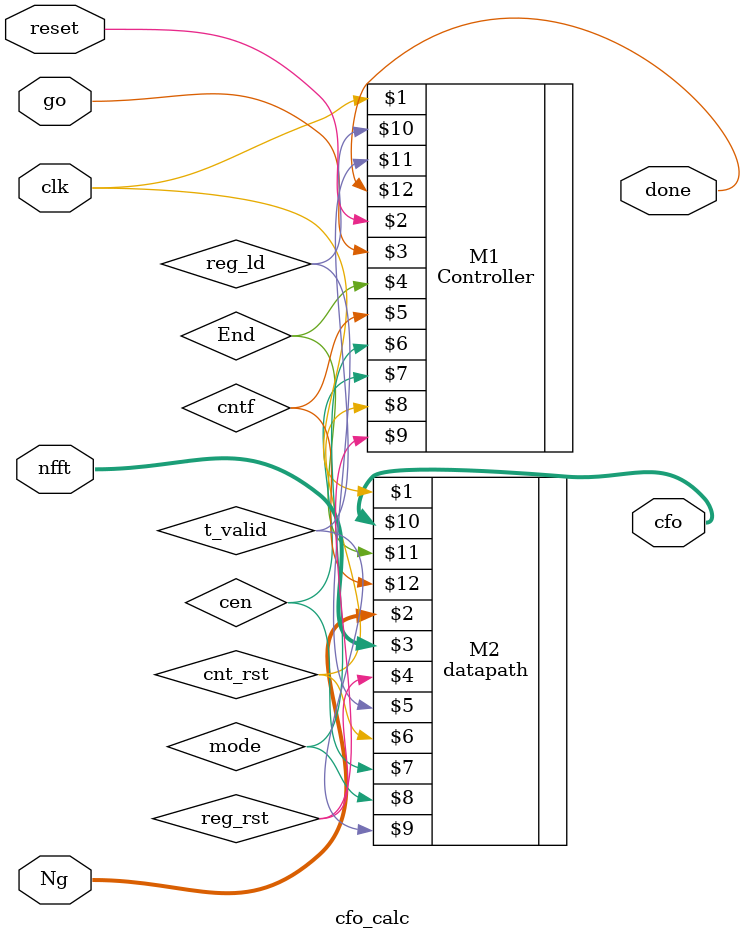
<source format=v>

module cfo_calc(Ng, nfft, go, reset, clk, done, cfo);
    input go, reset, clk;
    input [11:0] Ng, nfft;
    output done;
    output [11:0] cfo;

    wire End, cntf, mode, cen, cnt_rst, reg_rst, reg_ld, t_valid;

    Controller M1 (clk, reset, go, End, cntf, mode, cen, cnt_rst,
        reg_rst, reg_ld, t_valid, done);
    datapath #(9) M2 (clk, Ng, nfft, reg_rst, reg_ld, cnt_rst,
        cen, mode, t_valid, cfo, End, cntf);
endmodule

</source>
